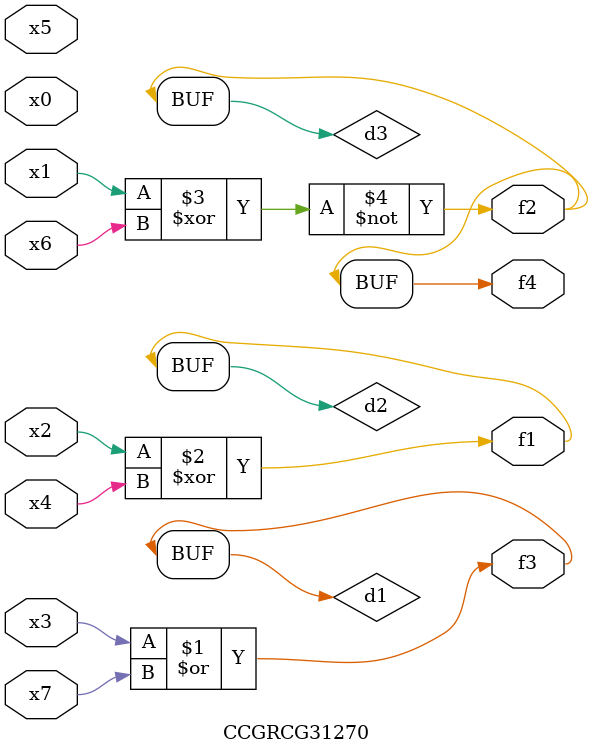
<source format=v>
module CCGRCG31270(
	input x0, x1, x2, x3, x4, x5, x6, x7,
	output f1, f2, f3, f4
);

	wire d1, d2, d3;

	or (d1, x3, x7);
	xor (d2, x2, x4);
	xnor (d3, x1, x6);
	assign f1 = d2;
	assign f2 = d3;
	assign f3 = d1;
	assign f4 = d3;
endmodule

</source>
